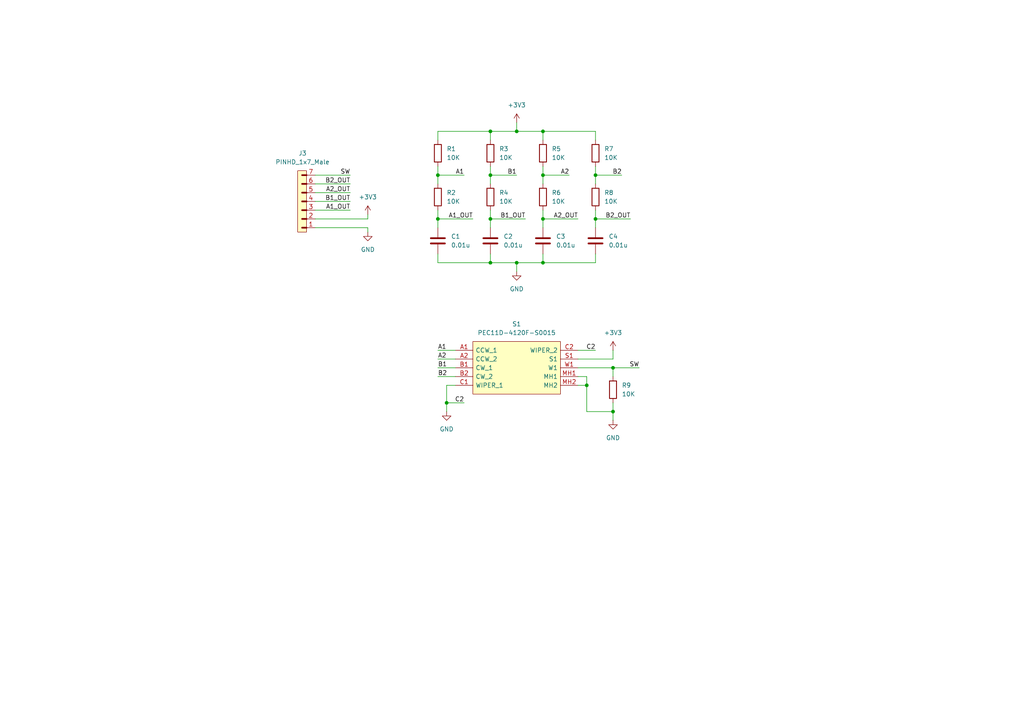
<source format=kicad_sch>
(kicad_sch (version 20250114) (generator "eeschema") (generator_version "9.0")
  (paper "A4")
  (lib_symbols
    (symbol "000_my_library:PEC11D-4120F-S0015" (pin_names (offset 0.762))
      (property "Reference" "S" (at 31.75 7.62 0))
      (property "Value" "PEC11D-4120F-S0015" (at 31.75 5.08 0))
      (symbol "PEC11D-4120F-S0015_0_0"
        (pin passive line (at 0 0 0) (length 5.08) (name "CCW_1") (number "A1"))
        (pin passive line (at 0 -2.54 0) (length 5.08) (name "CCW_2") (number "A2"))
        (pin passive line (at 0 -5.08 0) (length 5.08) (name "CW_1") (number "B1"))
        (pin passive line (at 0 -7.62 0) (length 5.08) (name "CW_2") (number "B2"))
        (pin passive line (at 0 -10.16 0) (length 5.08) (name "WIPER_1") (number "C1"))
        (pin passive line (at 35.56 0 180) (length 5.08) (name "WIPER_2") (number "C2"))
        (pin passive line (at 35.56 -2.54 180) (length 5.08) (name "S1") (number "S1"))
        (pin passive line (at 35.56 -5.08 180) (length 5.08) (name "W1") (number "W1"))
        (pin passive line (at 35.56 -7.62 180) (length 5.08) (name "MH1") (number "MH1"))
        (pin passive line (at 35.56 -10.16 180) (length 5.08) (name "MH2") (number "MH2"))
      )
      (symbol "PEC11D-4120F-S0015_1_1"
        (polyline (pts (xy 5.08 2.54) (xy 30.48 2.54) (xy 30.48 -12.7) (xy 5.08 -12.7) (xy 5.08 2.54)) (stroke (width 0.1524)) (fill (type background)))
      )
    )
    (symbol "Device:C" (pin_numbers (hide yes)) (pin_names (offset 0.254))
      (property "Reference" "C" (at 0.635 2.54 0))
      (property "Value" "C" (at 0.635 -2.54 0))
      (symbol "C_0_1"
        (polyline (pts (xy -2.032 0.762) (xy 2.032 0.762)) (stroke (width 0.508)))
        (polyline (pts (xy -2.032 -0.762) (xy 2.032 -0.762)) (stroke (width 0.508)))
      )
      (symbol "C_1_1"
        (pin passive line (at 0 3.81 270) (length 2.794) (name "~") (number "1"))
        (pin passive line (at 0 -3.81 90) (length 2.794) (name "~") (number "2"))
      )
    )
    (symbol "Device:R" (pin_numbers (hide yes)) (pin_names (offset 0))
      (property "Reference" "R" (at 2.032 0 90))
      (property "Value" "R" (at 0 0 90))
      (symbol "R_0_1"
        (rectangle (start -1.016 -2.54) (end 1.016 2.54) (stroke (width 0.254)))
      )
      (symbol "R_1_1"
        (pin passive line (at 0 3.81 270) (length 1.27) (name "~") (number "1"))
        (pin passive line (at 0 -3.81 90) (length 1.27) (name "~") (number "2"))
      )
    )
    (symbol "PCM_SL_Pin_Headers:PINHD_1x7_Male"
      (property "Reference" "J" (at 0 12.7 0))
      (property "Value" "PINHD_1x7_Male" (at 0 10.16 0))
      (symbol "PINHD_1x7_Male_0_1"
        (rectangle (start -1.27 8.89) (end 1.27 -8.89) (fill (type background)))
        (polyline (pts (xy -1.27 7.62) (xy 0 7.62)) (stroke (width 0.3)))
        (polyline (pts (xy -1.27 7.62) (xy 0 7.62)) (stroke (width 0.5)))
        (polyline (pts (xy -1.27 5.08) (xy 0 5.08)) (stroke (width 0.3)))
        (polyline (pts (xy -1.27 5.08) (xy 0 5.08)) (stroke (width 0.5)))
        (polyline (pts (xy -1.27 2.54) (xy 0 2.54)) (stroke (width 0.3)))
        (polyline (pts (xy -1.27 2.54) (xy 0 2.54)) (stroke (width 0.5)))
        (polyline (pts (xy -1.27 0) (xy 0 0)) (stroke (width 0.3)))
        (polyline (pts (xy -1.27 0) (xy 0 0)) (stroke (width 0.5)))
        (polyline (pts (xy -1.27 -2.54) (xy 0 -2.54)) (stroke (width 0.3)))
        (polyline (pts (xy -1.27 -2.54) (xy 0 -2.54)) (stroke (width 0.5)))
        (polyline (pts (xy -1.27 -5.08) (xy 0 -5.08)) (stroke (width 0.3)))
        (polyline (pts (xy -1.27 -5.08) (xy 0 -5.08)) (stroke (width 0.5)))
        (polyline (pts (xy -1.27 -7.62) (xy 0 -7.62)) (stroke (width 0.3)))
        (polyline (pts (xy -1.27 -7.62) (xy 0 -7.62)) (stroke (width 0.5)))
      )
      (symbol "PINHD_1x7_Male_1_1"
        (pin passive line (at -3.81 7.62 0) (length 2.54) (name "") (number "1"))
        (pin passive line (at -3.81 5.08 0) (length 2.54) (name "") (number "2"))
        (pin passive line (at -3.81 2.54 0) (length 2.54) (name "") (number "3"))
        (pin passive line (at -3.81 0 0) (length 2.54) (name "") (number "4"))
        (pin passive line (at -3.81 -2.54 0) (length 2.54) (name "") (number "5"))
        (pin passive line (at -3.81 -5.08 0) (length 2.54) (name "") (number "6"))
        (pin passive line (at -3.81 -7.62 0) (length 2.54) (name "") (number "7"))
      )
    )
    (symbol "power:+3V3" (power) (pin_numbers (hide yes)) (pin_names (offset 0) (hide yes))
      (property "Value" "+3V3" (at 0 3.556 0))
      (symbol "+3V3_0_1"
        (polyline (pts (xy -0.762 1.27) (xy 0 2.54)))
        (polyline (pts (xy 0 2.54) (xy 0.762 1.27)))
        (polyline (pts (xy 0 0) (xy 0 2.54)))
      )
      (symbol "+3V3_1_1"
        (pin power_in line (at 0 0 90) (length 0) (name "~") (number "1"))
      )
    )
    (symbol "power:GND" (power) (pin_numbers (hide yes)) (pin_names (offset 0) (hide yes))
      (property "Value" "GND" (at 0 -3.81 0))
      (symbol "GND_0_1"
        (polyline (pts (xy 0 0) (xy 0 -1.27) (xy 1.27 -1.27) (xy 0 -2.54) (xy -1.27 -1.27) (xy 0 -1.27)))
      )
      (symbol "GND_1_1"
        (pin power_in line (at 0 0 270) (length 0) (name "~") (number "1"))
      )
    )
  )
  (junction (at 170.18 111.76))
  (junction (at 142.24 76.2))
  (junction (at 177.8 119.38))
  (junction (at 157.48 76.2))
  (junction (at 149.86 38.1))
  (junction (at 129.54 116.84))
  (junction (at 177.8 106.68))
  (junction (at 172.72 50.8))
  (junction (at 157.48 50.8))
  (junction (at 172.72 63.5))
  (junction (at 142.24 63.5))
  (junction (at 142.24 38.1))
  (junction (at 142.24 50.8))
  (junction (at 157.48 63.5))
  (junction (at 149.86 76.2))
  (junction (at 127 63.5))
  (junction (at 157.48 38.1))
  (junction (at 127 50.8))
  (wire (pts (xy 177.8 109.22) (xy 177.8 106.68)))
  (wire (pts (xy 129.54 116.84) (xy 129.54 119.38)))
  (wire (pts (xy 127 50.8) (xy 134.62 50.8)))
  (wire (pts (xy 142.24 73.66) (xy 142.24 76.2)))
  (wire (pts (xy 142.24 48.26) (xy 142.24 50.8)))
  (wire (pts (xy 177.8 106.68) (xy 167.64 106.68)))
  (wire (pts (xy 129.54 111.76) (xy 129.54 116.84)))
  (wire (pts (xy 172.72 48.26) (xy 172.72 50.8)))
  (wire (pts (xy 149.86 78.74) (xy 149.86 76.2)))
  (wire (pts (xy 127 109.22) (xy 132.08 109.22)))
  (wire (pts (xy 132.08 111.76) (xy 129.54 111.76)))
  (wire (pts (xy 91.44 58.42) (xy 101.6 58.42)))
  (wire (pts (xy 127 48.26) (xy 127 50.8)))
  (wire (pts (xy 91.44 53.34) (xy 101.6 53.34)))
  (wire (pts (xy 172.72 38.1) (xy 172.72 40.64)))
  (wire (pts (xy 170.18 119.38) (xy 177.8 119.38)))
  (wire (pts (xy 157.48 50.8) (xy 157.48 53.34)))
  (wire (pts (xy 172.72 60.96) (xy 172.72 63.5)))
  (wire (pts (xy 127 106.68) (xy 132.08 106.68)))
  (wire (pts (xy 167.64 101.6) (xy 172.72 101.6)))
  (wire (pts (xy 167.64 109.22) (xy 170.18 109.22)))
  (wire (pts (xy 142.24 76.2) (xy 149.86 76.2)))
  (wire (pts (xy 127 76.2) (xy 127 73.66)))
  (wire (pts (xy 142.24 63.5) (xy 142.24 66.04)))
  (wire (pts (xy 127 63.5) (xy 127 66.04)))
  (wire (pts (xy 157.48 38.1) (xy 172.72 38.1)))
  (wire (pts (xy 157.48 63.5) (xy 157.48 66.04)))
  (wire (pts (xy 127 101.6) (xy 132.08 101.6)))
  (wire (pts (xy 177.8 121.92) (xy 177.8 119.38)))
  (wire (pts (xy 177.8 104.14) (xy 167.64 104.14)))
  (wire (pts (xy 157.48 50.8) (xy 157.48 48.26)))
  (wire (pts (xy 91.44 66.04) (xy 106.68 66.04)))
  (wire (pts (xy 149.86 35.56) (xy 149.86 38.1)))
  (wire (pts (xy 172.72 53.34) (xy 172.72 50.8)))
  (wire (pts (xy 142.24 76.2) (xy 127 76.2)))
  (wire (pts (xy 177.8 119.38) (xy 177.8 116.84)))
  (wire (pts (xy 157.48 60.96) (xy 157.48 63.5)))
  (wire (pts (xy 142.24 60.96) (xy 142.24 63.5)))
  (wire (pts (xy 142.24 38.1) (xy 127 38.1)))
  (wire (pts (xy 157.48 40.64) (xy 157.48 38.1)))
  (wire (pts (xy 157.48 63.5) (xy 167.64 63.5)))
  (wire (pts (xy 91.44 50.8) (xy 101.6 50.8)))
  (wire (pts (xy 172.72 73.66) (xy 172.72 76.2)))
  (wire (pts (xy 127 104.14) (xy 132.08 104.14)))
  (wire (pts (xy 157.48 73.66) (xy 157.48 76.2)))
  (wire (pts (xy 152.4 63.5) (xy 142.24 63.5)))
  (wire (pts (xy 149.86 38.1) (xy 157.48 38.1)))
  (wire (pts (xy 91.44 55.88) (xy 101.6 55.88)))
  (wire (pts (xy 106.68 66.04) (xy 106.68 67.31)))
  (wire (pts (xy 129.54 116.84) (xy 134.62 116.84)))
  (wire (pts (xy 177.8 106.68) (xy 185.42 106.68)))
  (wire (pts (xy 142.24 38.1) (xy 142.24 40.64)))
  (wire (pts (xy 172.72 50.8) (xy 180.34 50.8)))
  (wire (pts (xy 157.48 50.8) (xy 165.1 50.8)))
  (wire (pts (xy 127 60.96) (xy 127 63.5)))
  (wire (pts (xy 142.24 50.8) (xy 149.86 50.8)))
  (wire (pts (xy 142.24 38.1) (xy 149.86 38.1)))
  (wire (pts (xy 127 63.5) (xy 137.16 63.5)))
  (wire (pts (xy 91.44 63.5) (xy 106.68 63.5)))
  (wire (pts (xy 170.18 111.76) (xy 170.18 119.38)))
  (wire (pts (xy 170.18 109.22) (xy 170.18 111.76)))
  (wire (pts (xy 127 38.1) (xy 127 40.64)))
  (wire (pts (xy 106.68 62.23) (xy 106.68 63.5)))
  (wire (pts (xy 127 50.8) (xy 127 53.34)))
  (wire (pts (xy 91.44 60.96) (xy 101.6 60.96)))
  (wire (pts (xy 142.24 50.8) (xy 142.24 53.34)))
  (wire (pts (xy 182.88 63.5) (xy 172.72 63.5)))
  (wire (pts (xy 167.64 111.76) (xy 170.18 111.76)))
  (wire (pts (xy 177.8 101.6) (xy 177.8 104.14)))
  (wire (pts (xy 149.86 76.2) (xy 157.48 76.2)))
  (wire (pts (xy 157.48 76.2) (xy 172.72 76.2)))
  (wire (pts (xy 172.72 63.5) (xy 172.72 66.04)))
  (label "C2" (at 134.62 116.84 180))
  (label "B1" (at 127 106.68 0))
  (label "A1_OUT" (at 137.16 63.5 180))
  (label "B2" (at 180.34 50.8 180))
  (label "A1" (at 134.62 50.8 180))
  (label "B2_OUT" (at 101.6 53.34 180))
  (label "SW" (at 101.6 50.8 180))
  (label "SW" (at 185.42 106.68 180))
  (label "A2_OUT" (at 167.64 63.5 180))
  (label "A1" (at 127 101.6 0))
  (label "B2" (at 127 109.22 0))
  (label "B1" (at 149.86 50.8 180))
  (label "A1_OUT" (at 101.6 60.96 180))
  (label "A2_OUT" (at 101.6 55.88 180))
  (label "C2" (at 172.72 101.6 180))
  (label "A2" (at 127 104.14 0))
  (label "B1_OUT" (at 101.6 58.42 180))
  (label "A2" (at 165.1 50.8 180))
  (label "B1_OUT" (at 152.4 63.5 180))
  (label "B2_OUT" (at 182.88 63.5 180))
  (symbol (lib_id "Device:C") (at 157.48 69.85 0) (unit 1)
    (property "Reference" "C3" (at 161.29 68.5799 0) (effects (justify left)))
    (property "Value" "0.01u" (at 161.29 71.1199 0) (effects (justify left)))
    (property "Footprint" "Capacitor_SMD:C_0603_1608Metric_Pad1.08x0.95mm_HandSolder" (effects (hide yes)))
    (property "Description" "Unpolarized capacitor" (effects (hide yes)))
    (property "Part Number" "CL10B103KB8NNNC" (effects (hide yes)))
  )
  (symbol (lib_id "power:GND") (at 106.68 67.31 0) (unit 1)
    (property "Reference" "#PWR07" (effects (hide yes)))
    (property "Value" "GND" (at 106.68 72.39 0))
    (property "Description" "Power symbol creates a global label with name \"GND\" , ground" (effects (hide yes)))
  )
  (symbol (lib_id "Device:C") (at 172.72 69.85 0) (unit 1)
    (property "Reference" "C4" (at 176.53 68.5799 0) (effects (justify left)))
    (property "Value" "0.01u" (at 176.53 71.1199 0) (effects (justify left)))
    (property "Footprint" "Capacitor_SMD:C_0603_1608Metric_Pad1.08x0.95mm_HandSolder" (effects (hide yes)))
    (property "Description" "Unpolarized capacitor" (effects (hide yes)))
    (property "Part Number" "CL10B103KB8NNNC" (effects (hide yes)))
  )
  (symbol (lib_id "Device:R") (at 172.72 57.15 0) (unit 1)
    (property "Reference" "R8" (at 175.26 55.8799 0) (effects (justify left)))
    (property "Value" "10K" (at 175.26 58.4199 0) (effects (justify left)))
    (property "Footprint" "Resistor_SMD:R_0603_1608Metric_Pad0.98x0.95mm_HandSolder" (effects (hide yes)))
    (property "Description" "Resistor" (effects (hide yes)))
    (property "Part Number" "AC0603FR-1310KL" (effects (hide yes)))
  )
  (symbol (lib_id "Device:R") (at 142.24 44.45 0) (unit 1)
    (property "Reference" "R3" (at 144.78 43.1799 0) (effects (justify left)))
    (property "Value" "10K" (at 144.78 45.7199 0) (effects (justify left)))
    (property "Footprint" "Resistor_SMD:R_0603_1608Metric_Pad0.98x0.95mm_HandSolder" (effects (hide yes)))
    (property "Description" "Resistor" (effects (hide yes)))
    (property "Part Number" "AC0603FR-1310KL" (effects (hide yes)))
  )
  (symbol (lib_id "Device:C") (at 142.24 69.85 0) (unit 1)
    (property "Reference" "C2" (at 146.05 68.5799 0) (effects (justify left)))
    (property "Value" "0.01u" (at 146.05 71.1199 0) (effects (justify left)))
    (property "Footprint" "Capacitor_SMD:C_0603_1608Metric_Pad1.08x0.95mm_HandSolder" (effects (hide yes)))
    (property "Description" "Unpolarized capacitor" (effects (hide yes)))
    (property "Part Number" "CL10B103KB8NNNC" (effects (hide yes)))
  )
  (symbol (lib_id "power:GND") (at 129.54 119.38 0) (unit 1)
    (property "Reference" "#PWR09" (effects (hide yes)))
    (property "Value" "GND" (at 129.54 124.46 0))
    (property "Description" "Power symbol creates a global label with name \"GND\" , ground" (effects (hide yes)))
  )
  (symbol (lib_id "power:GND") (at 149.86 78.74 0) (unit 1)
    (property "Reference" "#PWR010" (effects (hide yes)))
    (property "Value" "GND" (at 149.86 83.82 0))
    (property "Description" "Power symbol creates a global label with name \"GND\" , ground" (effects (hide yes)))
  )
  (symbol (lib_id "PCM_SL_Pin_Headers:PINHD_1x7_Male") (at 87.63 58.42 180) (unit 1)
    (property "Reference" "J3" (at 87.755 44.45 0))
    (property "Value" "PINHD_1x7_Male" (at 87.755 46.99 0))
    (property "Footprint" "Connector_PinHeader_2.54mm:PinHeader_1x07_P2.54mm_Vertical" (effects (hide yes)))
    (property "Description" "Pin Header male with pin space 2.54mm. Pin Count -7" (effects (hide yes)))
  )
  (symbol (lib_id "Device:R") (at 172.72 44.45 0) (unit 1)
    (property "Reference" "R7" (at 175.26 43.1799 0) (effects (justify left)))
    (property "Value" "10K" (at 175.26 45.7199 0) (effects (justify left)))
    (property "Footprint" "Resistor_SMD:R_0603_1608Metric_Pad0.98x0.95mm_HandSolder" (effects (hide yes)))
    (property "Description" "Resistor" (effects (hide yes)))
    (property "Part Number" "AC0603FR-1310KL" (effects (hide yes)))
  )
  (symbol (lib_id "power:GND") (at 177.8 121.92 0) (unit 1)
    (property "Reference" "#PWR01" (effects (hide yes)))
    (property "Value" "GND" (at 177.8 127 0))
    (property "Description" "Power symbol creates a global label with name \"GND\" , ground" (effects (hide yes)))
  )
  (symbol (lib_id "power:+3V3") (at 177.8 101.6 0) (unit 1)
    (property "Reference" "#PWR02" (effects (hide yes)))
    (property "Value" "+3V3" (at 177.8 96.52 0))
    (property "Description" "Power symbol creates a global label with name \"+3V3\"" (effects (hide yes)))
  )
  (symbol (lib_id "Device:C") (at 127 69.85 0) (unit 1)
    (property "Reference" "C1" (at 130.81 68.5799 0) (effects (justify left)))
    (property "Value" "0.01u" (at 130.81 71.1199 0) (effects (justify left)))
    (property "Footprint" "Capacitor_SMD:C_0603_1608Metric_Pad1.08x0.95mm_HandSolder" (effects (hide yes)))
    (property "Description" "Unpolarized capacitor" (effects (hide yes)))
    (property "Part Number" "CL10B103KB8NNNC" (effects (hide yes)))
  )
  (symbol (lib_id "Device:R") (at 127 57.15 0) (unit 1)
    (property "Reference" "R2" (at 129.54 55.8799 0) (effects (justify left)))
    (property "Value" "10K" (at 129.54 58.4199 0) (effects (justify left)))
    (property "Footprint" "Resistor_SMD:R_0603_1608Metric_Pad0.98x0.95mm_HandSolder" (effects (hide yes)))
    (property "Description" "Resistor" (effects (hide yes)))
    (property "Part Number" "AC0603FR-1310KL" (effects (hide yes)))
  )
  (symbol (lib_id "Device:R") (at 142.24 57.15 0) (unit 1)
    (property "Reference" "R4" (at 144.78 55.8799 0) (effects (justify left)))
    (property "Value" "10K" (at 144.78 58.4199 0) (effects (justify left)))
    (property "Footprint" "Resistor_SMD:R_0603_1608Metric_Pad0.98x0.95mm_HandSolder" (effects (hide yes)))
    (property "Description" "Resistor" (effects (hide yes)))
    (property "Part Number" "AC0603FR-1310KL" (effects (hide yes)))
  )
  (symbol (lib_id "power:+3V3") (at 149.86 35.56 0) (unit 1)
    (property "Reference" "#PWR011" (effects (hide yes)))
    (property "Value" "+3V3" (at 149.86 30.48 0))
    (property "Description" "Power symbol creates a global label with name \"+3V3\"" (effects (hide yes)))
  )
  (symbol (lib_id "Device:R") (at 157.48 57.15 0) (unit 1)
    (property "Reference" "R6" (at 160.02 55.8799 0) (effects (justify left)))
    (property "Value" "10K" (at 160.02 58.4199 0) (effects (justify left)))
    (property "Footprint" "Resistor_SMD:R_0603_1608Metric_Pad0.98x0.95mm_HandSolder" (effects (hide yes)))
    (property "Description" "Resistor" (effects (hide yes)))
    (property "Part Number" "AC0603FR-1310KL" (effects (hide yes)))
  )
  (symbol (lib_id "000_my_library:PEC11D-4120F-S0015") (at 132.08 101.6 0) (unit 1)
    (property "Reference" "S1" (at 149.86 93.98 0))
    (property "Value" "PEC11D-4120F-S0015" (at 149.86 96.52 0))
    (property "Footprint" "000_my_library_footprints:PEC11D-4120F-S0015 Rotary Encoder" (effects (hide yes)))
    (property "Datasheet" "https://www.bourns.com/docs/product-datasheets/PEC11D.pdf" (effects (hide yes)))
    (property "Description" "Rotary encder with dual concentric shaft and 0.5mm momentary push switch" (effects (hide yes)))
    (property "Description_1" "Rotary encder with dual concentric shaft and 0.5mm momentary push switch" (effects (hide yes)))
    (property "Height" "28.5" (effects (hide yes)))
    (property "Mouser Part Number" "652-PEC11D4120FS0015" (effects (hide yes)))
    (property "Mouser Price/Stock" "https://www.mouser.co.uk/ProductDetail/Bourns/PEC11D-4120F-S0015?qs=gZXFycFWdAPOcL9HqB9i4w%3D%3D" (effects (hide yes)))
    (property "Manufacturer_Name" "Bourns" (effects (hide yes)))
    (property "Manufacturer_Part_Number" "PEC11D-4120F-S0015" (effects (hide yes)))
  )
  (symbol (lib_id "Device:R") (at 127 44.45 0) (unit 1)
    (property "Reference" "R1" (at 129.54 43.1799 0) (effects (justify left)))
    (property "Value" "10K" (at 129.54 45.7199 0) (effects (justify left)))
    (property "Footprint" "Resistor_SMD:R_0603_1608Metric_Pad0.98x0.95mm_HandSolder" (effects (hide yes)))
    (property "Description" "Resistor" (effects (hide yes)))
    (property "Part Number" "AC0603FR-1310KL" (effects (hide yes)))
  )
  (symbol (lib_id "power:+3V3") (at 106.68 62.23 0) (unit 1)
    (property "Reference" "#PWR08" (effects (hide yes)))
    (property "Value" "+3V3" (at 106.68 57.15 0))
    (property "Description" "Power symbol creates a global label with name \"+3V3\"" (effects (hide yes)))
  )
  (symbol (lib_id "Device:R") (at 177.8 113.03 0) (unit 1)
    (property "Reference" "R9" (at 180.34 111.7599 0) (effects (justify left)))
    (property "Value" "10K" (at 180.34 114.2999 0) (effects (justify left)))
    (property "Footprint" "Resistor_SMD:R_0603_1608Metric_Pad0.98x0.95mm_HandSolder" (effects (hide yes)))
    (property "Description" "Resistor" (effects (hide yes)))
    (property "Part Number" "AC0603FR-1310KL" (effects (hide yes)))
  )
  (symbol (lib_id "Device:R") (at 157.48 44.45 0) (unit 1)
    (property "Reference" "R5" (at 160.02 43.1799 0) (effects (justify left)))
    (property "Value" "10K" (at 160.02 45.7199 0) (effects (justify left)))
    (property "Footprint" "Resistor_SMD:R_0603_1608Metric_Pad0.98x0.95mm_HandSolder" (effects (hide yes)))
    (property "Description" "Resistor" (effects (hide yes)))
    (property "Part Number" "AC0603FR-1310KL" (effects (hide yes)))
  )
)
</source>
